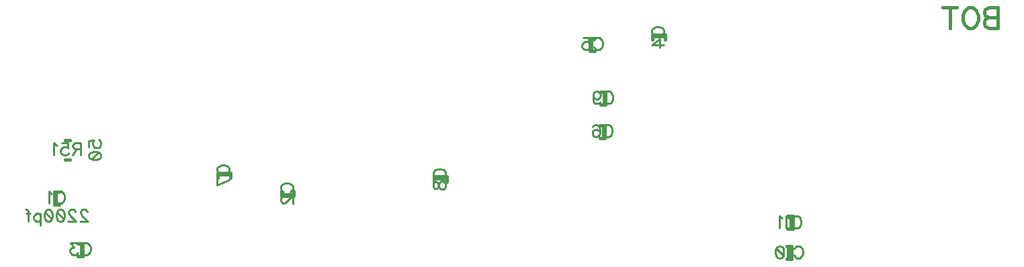
<source format=gbr>
G04 DipTrace 3.3.1.0*
G04 BottomSilk.gbr*
%MOIN*%
G04 #@! TF.FileFunction,Legend,Bot*
G04 #@! TF.Part,Single*
%ADD10C,0.015*%
%ADD119C,0.009264*%
%ADD120C,0.015439*%
%FSLAX26Y26*%
G04*
G70*
G90*
G75*
G01*
G04 BotSilk*
%LPD*%
X659055Y1673197D2*
D10*
Y1610268D1*
X651606Y1673197D2*
Y1610268D1*
Y1673197D2*
X675165D1*
X651606Y1610268D2*
X675165D1*
X1777591Y1661024D2*
X1840520D1*
X1777591Y1653575D2*
X1840520D1*
X1777591D2*
Y1677134D1*
X1840520Y1653575D2*
Y1677134D1*
X784646Y1354362D2*
Y1417291D1*
X792094Y1354362D2*
Y1417291D1*
Y1354362D2*
X768535D1*
X792094Y1417291D2*
X768535D1*
X3681071Y2445276D2*
X3618142D1*
X3681071Y2452724D2*
X3618142D1*
X3681071D2*
Y2429165D1*
X3618142Y2452724D2*
Y2429165D1*
X3316142Y2436976D2*
Y2374047D1*
X3308693Y2436976D2*
Y2374047D1*
Y2436976D2*
X3332252D1*
X3308693Y2374047D2*
X3332252D1*
X3374803Y1940976D2*
Y2003906D1*
X3382252Y1940976D2*
Y2003906D1*
Y1940976D2*
X3358693D1*
X3382252Y2003906D2*
X3358693D1*
X1525165Y1760236D2*
X1462236D1*
X1525165Y1767685D2*
X1462236D1*
X1525165D2*
Y1744126D1*
X1462236Y1767685D2*
Y1744126D1*
X2597606Y1740551D2*
X2534677D1*
X2597606Y1748000D2*
X2534677D1*
X2597606D2*
Y1724441D1*
X2534677Y1748000D2*
Y1724441D1*
X3377953Y2106331D2*
Y2169260D1*
X3385402Y2106331D2*
Y2169260D1*
Y2106331D2*
X3361843D1*
X3385402Y2169260D2*
X3361843D1*
X4301969Y1338614D2*
Y1401543D1*
X4309417Y1338614D2*
Y1401543D1*
Y1338614D2*
X4285858D1*
X4309417Y1401543D2*
X4285858D1*
X4306693Y1488220D2*
Y1551150D1*
X4314142Y1488220D2*
Y1551150D1*
Y1488220D2*
X4290583D1*
X4314142Y1551150D2*
X4290583D1*
X704362Y1832673D2*
X727921D1*
X704362Y1931106D2*
X727921D1*
X658324Y1661165D2*
D119*
X661175Y1666869D1*
X666946Y1672639D1*
X672649Y1675491D1*
X684123D1*
X689893Y1672639D1*
X695597Y1666869D1*
X698516Y1661165D1*
X701367Y1652543D1*
Y1638151D1*
X698516Y1629595D1*
X695597Y1623825D1*
X689893Y1618121D1*
X684123Y1615203D1*
X672649D1*
X666946Y1618121D1*
X661175Y1623825D1*
X658324Y1629595D1*
X639796Y1663951D2*
X634026Y1666869D1*
X625404Y1675425D1*
Y1615203D1*
X815887Y1571557D2*
Y1574409D1*
X813035Y1580179D1*
X810184Y1583031D1*
X804413Y1585882D1*
X792939D1*
X787236Y1583031D1*
X784384Y1580179D1*
X781466Y1574409D1*
Y1568705D1*
X784384Y1562935D1*
X790088Y1554379D1*
X818806Y1525661D1*
X778614D1*
X757168Y1571557D2*
Y1574409D1*
X754316Y1580179D1*
X751464Y1583031D1*
X745694Y1585882D1*
X734220D1*
X728517Y1583031D1*
X725665Y1580179D1*
X722746Y1574409D1*
Y1568705D1*
X725665Y1562935D1*
X731368Y1554379D1*
X760087Y1525661D1*
X719895D1*
X684123Y1585882D2*
X692745Y1583031D1*
X698516Y1574409D1*
X701367Y1560083D1*
Y1551461D1*
X698516Y1537135D1*
X692745Y1528513D1*
X684123Y1525661D1*
X678420D1*
X669797Y1528513D1*
X664094Y1537135D1*
X661175Y1551461D1*
Y1560083D1*
X664094Y1574409D1*
X669797Y1583031D1*
X678420Y1585882D1*
X684123D1*
X664094Y1574409D2*
X698516Y1537135D1*
X625404Y1585882D2*
X634026Y1583031D1*
X639796Y1574409D1*
X642648Y1560083D1*
Y1551461D1*
X639796Y1537135D1*
X634026Y1528513D1*
X625404Y1525661D1*
X619700D1*
X611078Y1528513D1*
X605375Y1537135D1*
X602456Y1551461D1*
Y1560083D1*
X605375Y1574409D1*
X611078Y1583031D1*
X619700Y1585882D1*
X625404D1*
X605375Y1574409D2*
X639796Y1537135D1*
X583929Y1565853D2*
Y1505565D1*
Y1557231D2*
X578159Y1562935D1*
X572455Y1565853D1*
X563833D1*
X558063Y1562935D1*
X552359Y1557231D1*
X549441Y1548609D1*
Y1542839D1*
X552359Y1534283D1*
X558063Y1528513D1*
X563833Y1525661D1*
X572455D1*
X578159Y1528513D1*
X583929Y1534283D1*
X507966Y1585949D2*
X513670D1*
X519440Y1583097D1*
X522292Y1574475D1*
Y1525661D1*
X530914Y1565853D2*
X510818D1*
X1789622Y1673192D2*
X1783919Y1676044D1*
X1778148Y1681814D1*
X1775297Y1687518D1*
Y1698992D1*
X1778148Y1704762D1*
X1783919Y1710466D1*
X1789622Y1713384D1*
X1798244Y1716236D1*
X1812637D1*
X1821192Y1713384D1*
X1826962Y1710466D1*
X1832666Y1704762D1*
X1835585Y1698992D1*
Y1687518D1*
X1832666Y1681814D1*
X1826963Y1676044D1*
X1821192Y1673192D1*
X1789689Y1651747D2*
X1786837D1*
X1781067Y1648895D1*
X1778215Y1646043D1*
X1775363Y1640273D1*
Y1628799D1*
X1778215Y1623095D1*
X1781067Y1620243D1*
X1786837Y1617325D1*
X1792541D1*
X1798311Y1620243D1*
X1806866Y1625947D1*
X1835585Y1654665D1*
X1835584Y1614473D1*
X788153Y1405260D2*
X791004Y1410963D1*
X796775Y1416733D1*
X802478Y1419585D1*
X813952D1*
X819723Y1416733D1*
X825426Y1410963D1*
X828345Y1405260D1*
X831196Y1396637D1*
Y1382245D1*
X828345Y1373690D1*
X825426Y1367919D1*
X819723Y1362216D1*
X813952Y1359297D1*
X802478D1*
X796775Y1362216D1*
X791004Y1367919D1*
X788153Y1373690D1*
X763855Y1419519D2*
X732352D1*
X749529Y1396571D1*
X740907D1*
X735204Y1393719D1*
X732352Y1390867D1*
X729433Y1382245D1*
Y1376541D1*
X732352Y1367919D1*
X738056Y1362149D1*
X746678Y1359297D1*
X755300D1*
X763855Y1362149D1*
X766707Y1365068D1*
X769625Y1370771D1*
X3630174Y2450209D2*
X3624470Y2453060D1*
X3618700Y2458831D1*
X3615848Y2464534D1*
Y2476008D1*
X3618700Y2481778D1*
X3624470Y2487482D1*
X3630174Y2490400D1*
X3638796Y2493252D1*
X3653188D1*
X3661744Y2490400D1*
X3667514Y2487482D1*
X3673217Y2481778D1*
X3676136Y2476008D1*
Y2464534D1*
X3673217Y2458830D1*
X3667514Y2453060D1*
X3661744Y2450208D1*
X3676136Y2402963D2*
X3615914D1*
X3656040Y2431681D1*
Y2388638D1*
X3328310Y2424945D2*
X3331162Y2430648D1*
X3336932Y2436419D1*
X3342636Y2439270D1*
X3354110D1*
X3359880Y2436419D1*
X3365584Y2430648D1*
X3368502Y2424945D1*
X3371354Y2416323D1*
Y2401930D1*
X3368502Y2393375D1*
X3365584Y2387604D1*
X3359880Y2381901D1*
X3354110Y2378982D1*
X3342636D1*
X3336932Y2381901D1*
X3331162Y2387604D1*
X3328310Y2393375D1*
X3275361Y2439204D2*
X3304013D1*
X3306865Y2413404D1*
X3304013Y2416256D1*
X3295391Y2419174D1*
X3286835D1*
X3278213Y2416256D1*
X3272443Y2410552D1*
X3269591Y2401930D1*
Y2396227D1*
X3272443Y2387604D1*
X3278213Y2381834D1*
X3286835Y2378982D1*
X3295391D1*
X3304013Y2381834D1*
X3306865Y2384753D1*
X3309783Y2390456D1*
X3376851Y1991874D2*
X3379703Y1997578D1*
X3385473Y2003348D1*
X3391177Y2006200D1*
X3402651D1*
X3408421Y2003348D1*
X3414125Y1997578D1*
X3417043Y1991874D1*
X3419895Y1983252D1*
Y1968859D1*
X3417043Y1960304D1*
X3414125Y1954534D1*
X3408421Y1948830D1*
X3402651Y1945912D1*
X3391177D1*
X3385473Y1948830D1*
X3379703Y1954534D1*
X3376851Y1960304D1*
X3323902Y1997578D2*
X3326754Y2003281D1*
X3335376Y2006133D1*
X3341080D1*
X3349702Y2003281D1*
X3355472Y1994659D1*
X3358324Y1980333D1*
Y1966008D1*
X3355472Y1954534D1*
X3349702Y1948763D1*
X3341080Y1945912D1*
X3338228D1*
X3329672Y1948763D1*
X3323902Y1954534D1*
X3321050Y1963156D1*
Y1966008D1*
X3323902Y1974630D1*
X3329672Y1980333D1*
X3338228Y1983185D1*
X3341080D1*
X3349702Y1980333D1*
X3355472Y1974630D1*
X3358324Y1966008D1*
X1474268Y1763743D2*
X1468564Y1766595D1*
X1462794Y1772365D1*
X1459942Y1778069D1*
Y1789543D1*
X1462794Y1795313D1*
X1468564Y1801017D1*
X1474268Y1803935D1*
X1482890Y1806787D1*
X1497282D1*
X1505838Y1803935D1*
X1511608Y1801017D1*
X1517312Y1795313D1*
X1520230Y1789543D1*
Y1778069D1*
X1517312Y1772365D1*
X1511608Y1766595D1*
X1505838Y1763743D1*
X1520230Y1733742D2*
X1460008Y1705024D1*
X1460009Y1745216D1*
X2546709Y1744025D2*
X2541005Y1746877D1*
X2535235Y1752647D1*
X2532383Y1758351D1*
Y1769825D1*
X2535235Y1775595D1*
X2541005Y1781299D1*
X2546709Y1784217D1*
X2555331Y1787069D1*
X2569723D1*
X2578279Y1784217D1*
X2584049Y1781299D1*
X2589753Y1775595D1*
X2592671Y1769825D1*
Y1758351D1*
X2589753Y1752647D1*
X2584049Y1746877D1*
X2578279Y1744025D1*
X2532449Y1711172D2*
X2535301Y1719728D1*
X2541005Y1722646D1*
X2546775D1*
X2552479Y1719728D1*
X2555397Y1714024D1*
X2558249Y1702550D1*
X2561101Y1693928D1*
X2566871Y1688224D1*
X2572575Y1685372D1*
X2581197D1*
X2586901Y1688224D1*
X2589819Y1691076D1*
X2592671Y1699698D1*
Y1711172D1*
X2589819Y1719728D1*
X2586901Y1722646D1*
X2581197Y1725498D1*
X2572575D1*
X2566871Y1722646D1*
X2561101Y1716876D1*
X2558249Y1708320D1*
X2555397Y1696846D1*
X2552479Y1691076D1*
X2546775Y1688224D1*
X2541005D1*
X2535301Y1691076D1*
X2532449Y1699698D1*
Y1711172D1*
X3380034Y2157228D2*
X3382886Y2162932D1*
X3388656Y2168702D1*
X3394360Y2171554D1*
X3405834D1*
X3411604Y2168702D1*
X3417307Y2162932D1*
X3420226Y2157228D1*
X3423078Y2148606D1*
Y2134214D1*
X3420226Y2125658D1*
X3417307Y2119888D1*
X3411604Y2114184D1*
X3405834Y2111266D1*
X3394360D1*
X3388656Y2114184D1*
X3382886Y2119888D1*
X3380034Y2125658D1*
X3324166Y2151458D2*
X3327085Y2142836D1*
X3332789Y2137066D1*
X3341411Y2134214D1*
X3344262D1*
X3352885Y2137066D1*
X3358588Y2142836D1*
X3361507Y2151458D1*
Y2154310D1*
X3358588Y2162932D1*
X3352885Y2168636D1*
X3344262Y2171488D1*
X3341411D1*
X3332789Y2168636D1*
X3327085Y2162932D1*
X3324166Y2151458D1*
Y2137066D1*
X3327085Y2122740D1*
X3332789Y2114118D1*
X3341411Y2111266D1*
X3347114D1*
X3355736Y2114118D1*
X3358588Y2119888D1*
X4321935Y1389512D2*
X4324787Y1395215D1*
X4330557Y1400985D1*
X4336261Y1403837D1*
X4347735D1*
X4353505Y1400985D1*
X4359209Y1395215D1*
X4362127Y1389512D1*
X4364979Y1380889D1*
Y1366497D1*
X4362127Y1357942D1*
X4359209Y1352171D1*
X4353505Y1346468D1*
X4347735Y1343549D1*
X4336261D1*
X4330557Y1346468D1*
X4324787Y1352171D1*
X4321935Y1357942D1*
X4303408Y1392297D2*
X4297638Y1395215D1*
X4289016Y1403771D1*
Y1343549D1*
X4253245Y1403771D2*
X4261867Y1400919D1*
X4267637Y1392297D1*
X4270489Y1377971D1*
Y1369349D1*
X4267637Y1355023D1*
X4261867Y1346401D1*
X4253245Y1343549D1*
X4247541D1*
X4238919Y1346401D1*
X4233215Y1355023D1*
X4230297Y1369349D1*
Y1377971D1*
X4233215Y1392297D1*
X4238919Y1400919D1*
X4247541Y1403771D1*
X4253245D1*
X4233215Y1392297D2*
X4267637Y1355023D1*
X4313760Y1539118D2*
X4316611Y1544822D1*
X4322382Y1550592D1*
X4328085Y1553444D1*
X4339559D1*
X4345329Y1550592D1*
X4351033Y1544822D1*
X4353952Y1539118D1*
X4356803Y1530496D1*
Y1516104D1*
X4353952Y1507548D1*
X4351033Y1501778D1*
X4345329Y1496074D1*
X4339559Y1493156D1*
X4328085D1*
X4322382Y1496074D1*
X4316611Y1501778D1*
X4313760Y1507548D1*
X4295232Y1541903D2*
X4289462Y1544822D1*
X4280840Y1553377D1*
Y1493156D1*
X4262313Y1541903D2*
X4256543Y1544822D1*
X4247921Y1553377D1*
Y1493156D1*
X782057Y1886930D2*
X756257D1*
X747635Y1889849D1*
X744717Y1892700D1*
X741865Y1898404D1*
Y1904174D1*
X744717Y1909878D1*
X747635Y1912796D1*
X756257Y1915648D1*
X782057D1*
Y1855360D1*
X761961Y1886930D2*
X741865Y1855360D1*
X688916Y1915582D2*
X717568D1*
X720420Y1889782D1*
X717568Y1892634D1*
X708946Y1895552D1*
X700390D1*
X691768Y1892634D1*
X685998Y1886930D1*
X683146Y1878308D1*
Y1872604D1*
X685998Y1863982D1*
X691768Y1858212D1*
X700390Y1855360D1*
X708946D1*
X717568Y1858212D1*
X720420Y1861131D1*
X723338Y1866834D1*
X664619Y1904108D2*
X658849Y1907026D1*
X650227Y1915582D1*
Y1855360D1*
X823173Y1896924D2*
Y1925575D1*
X848973Y1928427D1*
X846121Y1925575D1*
X843202Y1916953D1*
Y1908397D1*
X846121Y1899775D1*
X851824Y1894005D1*
X860446Y1891153D1*
X866150D1*
X874772Y1894005D1*
X880542Y1899775D1*
X883394Y1908397D1*
Y1916953D1*
X880542Y1925575D1*
X877624Y1928427D1*
X871920Y1931345D1*
X823173Y1855382D2*
X826025Y1864004D1*
X834647Y1869774D1*
X848973Y1872626D1*
X857595D1*
X871920Y1869774D1*
X880542Y1864004D1*
X883394Y1855382D1*
Y1849678D1*
X880542Y1841056D1*
X871920Y1835353D1*
X857595Y1832434D1*
X848972D1*
X834647Y1835353D1*
X826025Y1841056D1*
X823173Y1849678D1*
Y1855382D1*
X834647Y1835353D2*
X871920Y1869774D1*
X5332853Y2587975D2*
D120*
Y2487495D1*
X5289743D1*
X5275373Y2492359D1*
X5270620Y2497112D1*
X5265867Y2506619D1*
Y2520989D1*
X5270620Y2530606D1*
X5275373Y2535359D1*
X5289743Y2540112D1*
X5275373Y2544976D1*
X5270620Y2549729D1*
X5265867Y2559235D1*
Y2568852D1*
X5270620Y2578359D1*
X5275373Y2583222D1*
X5289743Y2587975D1*
X5332853D1*
Y2540112D2*
X5289743D1*
X5206248Y2587975D2*
X5215865Y2583222D1*
X5225371Y2573605D1*
X5230235Y2564099D1*
X5234988Y2549729D1*
Y2525742D1*
X5230235Y2511482D1*
X5225371Y2501866D1*
X5215865Y2492359D1*
X5206248Y2487495D1*
X5187125D1*
X5177618Y2492359D1*
X5168001Y2501866D1*
X5163248Y2511482D1*
X5158495Y2525742D1*
Y2549729D1*
X5163248Y2564099D1*
X5168001Y2573605D1*
X5177618Y2583222D1*
X5187125Y2587975D1*
X5206248D1*
X5094123D2*
Y2487495D1*
X5127617Y2587975D2*
X5060630D1*
M02*

</source>
